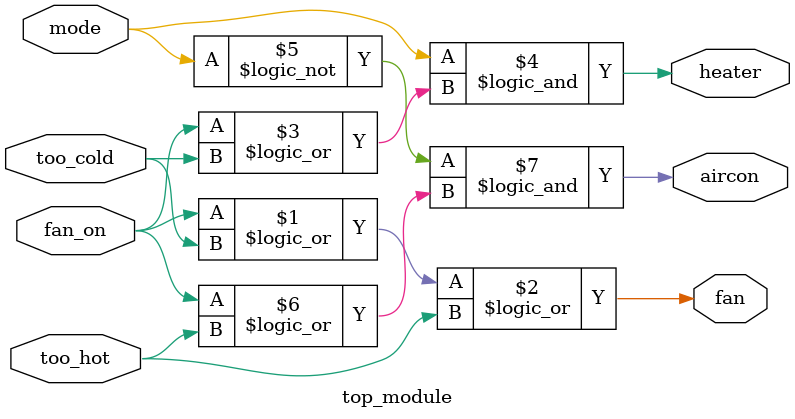
<source format=sv>
module top_module(
    input mode,
    input too_cold, 
    input too_hot,
    input fan_on,
    output heater,
    output aircon,
    output fan
);

    // Control the fan
    assign fan = fan_on || too_cold || too_hot;

    // Control the heater
    assign heater = mode && (fan_on || too_cold);

    // Control the air conditioner
    assign aircon = !mode && (fan_on || too_hot);

endmodule

</source>
